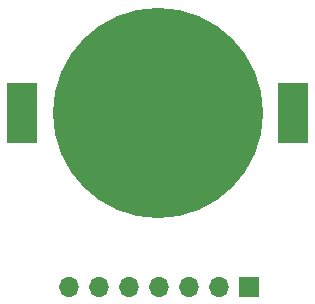
<source format=gbr>
G04 #@! TF.GenerationSoftware,KiCad,Pcbnew,(5.1.10)-1*
G04 #@! TF.CreationDate,2021-08-29T10:51:26+02:00*
G04 #@! TF.ProjectId,nrf52-sensor-tag,6e726635-322d-4736-956e-736f722d7461,rev?*
G04 #@! TF.SameCoordinates,Original*
G04 #@! TF.FileFunction,Soldermask,Bot*
G04 #@! TF.FilePolarity,Negative*
%FSLAX46Y46*%
G04 Gerber Fmt 4.6, Leading zero omitted, Abs format (unit mm)*
G04 Created by KiCad (PCBNEW (5.1.10)-1) date 2021-08-29 10:51:26*
%MOMM*%
%LPD*%
G01*
G04 APERTURE LIST*
%ADD10C,17.800000*%
%ADD11R,2.500000X5.100000*%
%ADD12O,1.700000X1.700000*%
%ADD13R,1.700000X1.700000*%
G04 APERTURE END LIST*
D10*
X121768000Y-64617600D03*
D11*
X110318000Y-64617600D03*
X133218000Y-64617600D03*
D12*
X114275000Y-79362300D03*
X116815000Y-79362300D03*
X119355000Y-79362300D03*
X121895000Y-79362300D03*
X124435000Y-79362300D03*
X126975000Y-79362300D03*
D13*
X129515000Y-79362300D03*
M02*

</source>
